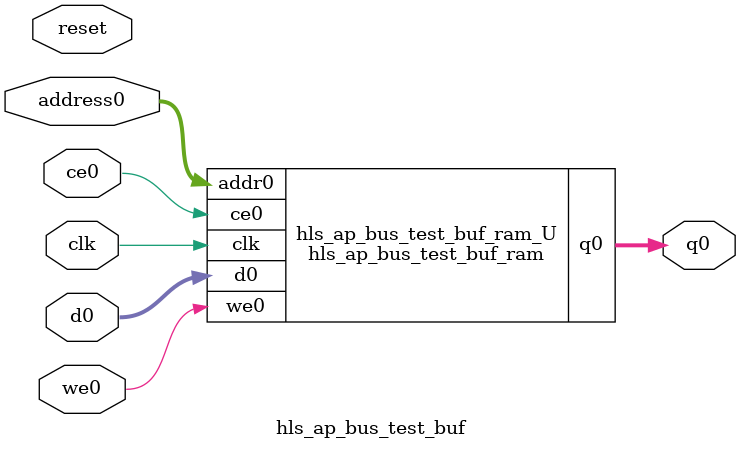
<source format=v>

module hls_ap_bus_test_buf_ram (addr0, ce0, d0, we0, q0,  clk);

parameter DWIDTH = 32;
parameter AWIDTH = 5;
parameter MEM_SIZE = 32;

input[AWIDTH-1:0] addr0;
input ce0;
input[DWIDTH-1:0] d0;
input we0;
output reg[DWIDTH-1:0] q0;
input clk;

(* ram_style = "block" *)reg [DWIDTH-1:0] ram[MEM_SIZE-1:0];




always @(posedge clk)
begin
    if (ce0)
    begin
        if (we0)
        begin
            ram[addr0] <= d0;
            q0 <= d0;
        end
        else
            q0 <= ram[addr0];
    end
end


endmodule


module hls_ap_bus_test_buf(
    reset,
    clk,
    address0,
    ce0,
    we0,
    d0,
    q0);

parameter DataWidth = 32'd32;
parameter AddressRange = 32'd32;
parameter AddressWidth = 32'd5;
input reset;
input clk;
input[AddressWidth - 1:0] address0;
input ce0;
input we0;
input[DataWidth - 1:0] d0;
output[DataWidth - 1:0] q0;



hls_ap_bus_test_buf_ram hls_ap_bus_test_buf_ram_U(
    .clk( clk ),
    .addr0( address0 ),
    .ce0( ce0 ),
    .d0( d0 ),
    .we0( we0 ),
    .q0( q0 ));

endmodule


</source>
